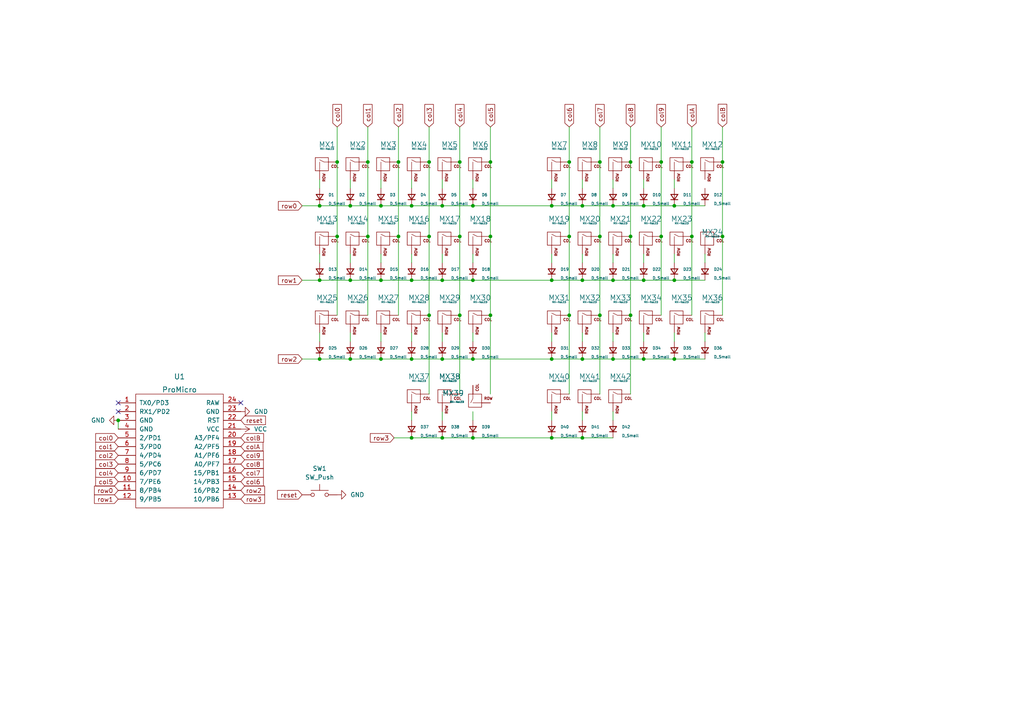
<source format=kicad_sch>
(kicad_sch (version 20211123) (generator eeschema)
  (paper "A4")
  (lib_symbols
    (symbol "Device:D_Small" (pin_numbers hide) (pin_names (offset 0.254) hide)
      (property "Reference" "D" (at -1.27 2.032 0))
      (property "Value" "D_Small" (at -3.81 -2.032 0))
      (symbol "D_Small_0_1"
        (polyline (pts (xy -0.762 -1.016) (xy -0.762 1.016)) (stroke (width 0.254)))
        (polyline (pts (xy -0.762 0) (xy 0.762 0)))
        (polyline (pts (xy 0.762 -1.016) (xy -0.762 0) (xy 0.762 1.016) (xy 0.762 -1.016)) (stroke (width 0.254)))
      )
      (symbol "D_Small_1_1"
        (pin passive line (at -2.54 0 0) (length 1.778) (name "K") (number "1"))
        (pin passive line (at 2.54 0 180) (length 1.778) (name "A") (number "2"))
      )
    )
    (symbol "MX_Alps_Hybrid:MX-NoLED" (pin_names (offset 1.016))
      (property "Reference" "MX" (at -0.635 3.81 0))
      (property "Value" "MX-NoLED" (at -0.635 1.27 0))
      (symbol "MX-NoLED_0_0"
        (rectangle (start -2.54 2.54) (end 1.27 -1.27))
        (polyline (pts (xy -1.27 -1.27) (xy -1.27 1.27)) (stroke (width 0.127)))
        (polyline (pts (xy 1.27 1.27) (xy 0 1.27) (xy -1.27 1.905)) (stroke (width 0.127)))
        (text "COL" (at 3.175 0 0) (effects (font (size 0.762 0.762))))
        (text "ROW" (at 0 -1.905 900) (effects (font (size 0.762 0.762)) (justify right)))
      )
      (symbol "MX-NoLED_1_1"
        (pin passive line (at 3.81 1.27 180) (length 2.54) (name "COL") (number "1"))
        (pin passive line (at -1.27 -3.81 90) (length 2.54) (name "ROW") (number "2"))
      )
    )
    (symbol "Switch:SW_Push" (pin_numbers hide) (pin_names (offset 1.016) hide)
      (property "Reference" "SW" (at 1.27 2.54 0))
      (property "Value" "SW_Push" (at 0 -1.524 0))
      (symbol "SW_Push_0_1"
        (circle (center -2.032 0) (radius 0.508))
        (polyline (pts (xy 0 1.27) (xy 0 3.048)))
        (polyline (pts (xy 2.54 1.27) (xy -2.54 1.27)))
        (circle (center 2.032 0) (radius 0.508))
        (pin passive line (at -5.08 0 0) (length 2.54) (name "1") (number "1"))
        (pin passive line (at 5.08 0 180) (length 2.54) (name "2") (number "2"))
      )
    )
    (symbol "keebio:ProMicro" (pin_names (offset 1.016))
      (property "Reference" "U" (at 0 0 0))
      (property "Value" "ProMicro" (at 0 -19.05 0))
      (symbol "ProMicro_0_1"
        (rectangle (start -12.7 -16.51) (end 12.7 16.51))
      )
      (symbol "ProMicro_1_1"
        (pin input line (at -17.78 13.97 0) (length 5.08) (name "TX0/PD3") (number "1"))
        (pin input line (at -17.78 -8.89 0) (length 5.08) (name "7/PE6") (number "10"))
        (pin input line (at -17.78 -11.43 0) (length 5.08) (name "8/PB4") (number "11"))
        (pin input line (at -17.78 -13.97 0) (length 5.08) (name "9/PB5") (number "12"))
        (pin input line (at 17.78 -13.97 180) (length 5.08) (name "10/PB6") (number "13"))
        (pin input line (at 17.78 -11.43 180) (length 5.08) (name "16/PB2") (number "14"))
        (pin input line (at 17.78 -8.89 180) (length 5.08) (name "14/PB3") (number "15"))
        (pin input line (at 17.78 -6.35 180) (length 5.08) (name "15/PB1") (number "16"))
        (pin input line (at 17.78 -3.81 180) (length 5.08) (name "A0/PF7") (number "17"))
        (pin input line (at 17.78 -1.27 180) (length 5.08) (name "A1/PF6") (number "18"))
        (pin input line (at 17.78 1.27 180) (length 5.08) (name "A2/PF5") (number "19"))
        (pin input line (at -17.78 11.43 0) (length 5.08) (name "RX1/PD2") (number "2"))
        (pin input line (at 17.78 3.81 180) (length 5.08) (name "A3/PF4") (number "20"))
        (pin input line (at 17.78 6.35 180) (length 5.08) (name "VCC") (number "21"))
        (pin input line (at 17.78 8.89 180) (length 5.08) (name "RST") (number "22"))
        (pin input line (at 17.78 11.43 180) (length 5.08) (name "GND") (number "23"))
        (pin input line (at 17.78 13.97 180) (length 5.08) (name "RAW") (number "24"))
        (pin input line (at -17.78 8.89 0) (length 5.08) (name "GND") (number "3"))
        (pin input line (at -17.78 6.35 0) (length 5.08) (name "GND") (number "4"))
        (pin input line (at -17.78 3.81 0) (length 5.08) (name "2/PD1") (number "5"))
        (pin input line (at -17.78 1.27 0) (length 5.08) (name "3/PD0") (number "6"))
        (pin input line (at -17.78 -1.27 0) (length 5.08) (name "4/PD4") (number "7"))
        (pin input line (at -17.78 -3.81 0) (length 5.08) (name "5/PC6") (number "8"))
        (pin input line (at -17.78 -6.35 0) (length 5.08) (name "6/PD7") (number "9"))
      )
    )
    (symbol "power:GND" (power) (pin_names (offset 0))
      (property "Value" "GND" (at 0 -3.81 0))
      (symbol "GND_0_1"
        (polyline (pts (xy 0 0) (xy 0 -1.27) (xy 1.27 -1.27) (xy 0 -2.54) (xy -1.27 -1.27) (xy 0 -1.27)))
      )
      (symbol "GND_1_1"
        (pin power_in line (at 0 0 270) (length 0) hide (name "GND") (number "1"))
      )
    )
    (symbol "power:VCC" (power) (pin_names (offset 0))
      (property "Value" "VCC" (at 0 3.81 0))
      (symbol "VCC_0_1"
        (polyline (pts (xy -0.762 1.27) (xy 0 2.54)))
        (polyline (pts (xy 0 0) (xy 0 2.54)))
        (polyline (pts (xy 0 2.54) (xy 0.762 1.27)))
      )
      (symbol "VCC_1_1"
        (pin power_in line (at 0 0 90) (length 0) hide (name "VCC") (number "1"))
      )
    )
  )
  (junction (at 124.46 91.44))
  (junction (at 137.16 59.69))
  (junction (at 119.38 59.69))
  (junction (at 168.91 127))
  (junction (at 92.71 59.69))
  (junction (at 182.88 91.44))
  (junction (at 195.58 59.69))
  (junction (at 128.27 59.69))
  (junction (at 165.1 91.44))
  (junction (at 97.79 68.58))
  (junction (at 160.02 127))
  (junction (at 186.69 59.69))
  (junction (at 186.69 81.28))
  (junction (at 128.27 81.28))
  (junction (at 186.69 104.14))
  (junction (at 137.16 104.14))
  (junction (at 168.91 81.28))
  (junction (at 142.24 91.44))
  (junction (at 177.8 104.14))
  (junction (at 97.79 46.99))
  (junction (at 128.27 104.14))
  (junction (at 124.46 46.99))
  (junction (at 200.66 68.58))
  (junction (at 173.99 46.99))
  (junction (at 182.88 68.58))
  (junction (at 195.58 81.28))
  (junction (at 119.38 81.28))
  (junction (at 168.91 104.14))
  (junction (at 142.24 68.58))
  (junction (at 133.35 91.44))
  (junction (at 209.55 68.58))
  (junction (at 160.02 81.28))
  (junction (at 142.24 46.99))
  (junction (at 106.68 46.99))
  (junction (at 124.46 68.58))
  (junction (at 191.77 46.99))
  (junction (at 101.6 81.28))
  (junction (at 133.35 68.58))
  (junction (at 110.49 81.28))
  (junction (at 119.38 127))
  (junction (at 115.57 68.58))
  (junction (at 128.27 127))
  (junction (at 209.55 46.99))
  (junction (at 101.6 104.14))
  (junction (at 165.1 68.58))
  (junction (at 191.77 68.58))
  (junction (at 173.99 91.44))
  (junction (at 110.49 59.69))
  (junction (at 165.1 46.99))
  (junction (at 115.57 46.99))
  (junction (at 160.02 59.69))
  (junction (at 34.29 121.92))
  (junction (at 133.35 46.99))
  (junction (at 92.71 81.28))
  (junction (at 195.58 104.14))
  (junction (at 200.66 46.99))
  (junction (at 110.49 104.14))
  (junction (at 160.02 104.14))
  (junction (at 182.88 46.99))
  (junction (at 177.8 59.69))
  (junction (at 137.16 81.28))
  (junction (at 101.6 59.69))
  (junction (at 177.8 81.28))
  (junction (at 168.91 59.69))
  (junction (at 92.71 104.14))
  (junction (at 119.38 104.14))
  (junction (at 106.68 68.58))
  (junction (at 173.99 68.58))
  (junction (at 137.16 127))
  (no_connect (at 69.85 116.84))
  (no_connect (at 34.29 116.84))
  (no_connect (at 34.29 119.38))
  (wire (pts (xy 182.88 36.83) (xy 182.88 46.99)))
  (wire (pts (xy 173.99 91.44) (xy 173.99 114.3)))
  (wire (pts (xy 87.63 81.28) (xy 92.71 81.28)))
  (wire (pts (xy 137.16 127) (xy 160.02 127)))
  (wire (pts (xy 204.47 73.66) (xy 204.47 76.2)))
  (wire (pts (xy 97.79 68.58) (xy 97.79 91.44)))
  (wire (pts (xy 195.58 81.28) (xy 204.47 81.28)))
  (wire (pts (xy 209.55 46.99) (xy 209.55 68.58)))
  (wire (pts (xy 124.46 36.83) (xy 124.46 46.99)))
  (wire (pts (xy 92.71 73.66) (xy 92.71 76.2)))
  (wire (pts (xy 200.66 68.58) (xy 200.66 91.44)))
  (wire (pts (xy 119.38 119.38) (xy 119.38 121.92)))
  (wire (pts (xy 177.8 104.14) (xy 186.69 104.14)))
  (wire (pts (xy 160.02 73.66) (xy 160.02 76.2)))
  (wire (pts (xy 110.49 81.28) (xy 119.38 81.28)))
  (wire (pts (xy 200.66 36.83) (xy 200.66 46.99)))
  (wire (pts (xy 142.24 91.44) (xy 142.24 114.3)))
  (wire (pts (xy 128.27 52.07) (xy 128.27 54.61)))
  (wire (pts (xy 160.02 59.69) (xy 168.91 59.69)))
  (wire (pts (xy 110.49 104.14) (xy 119.38 104.14)))
  (wire (pts (xy 177.8 119.38) (xy 177.8 121.92)))
  (wire (pts (xy 128.27 96.52) (xy 128.27 99.06)))
  (wire (pts (xy 160.02 52.07) (xy 160.02 54.61)))
  (wire (pts (xy 128.27 73.66) (xy 128.27 76.2)))
  (wire (pts (xy 160.02 104.14) (xy 168.91 104.14)))
  (wire (pts (xy 124.46 68.58) (xy 124.46 91.44)))
  (wire (pts (xy 200.66 46.99) (xy 200.66 68.58)))
  (wire (pts (xy 195.58 59.69) (xy 204.47 59.69)))
  (wire (pts (xy 177.8 59.69) (xy 186.69 59.69)))
  (wire (pts (xy 173.99 36.83) (xy 173.99 46.99)))
  (wire (pts (xy 186.69 59.69) (xy 195.58 59.69)))
  (wire (pts (xy 124.46 46.99) (xy 124.46 68.58)))
  (wire (pts (xy 128.27 81.28) (xy 137.16 81.28)))
  (wire (pts (xy 168.91 119.38) (xy 168.91 121.92)))
  (wire (pts (xy 114.3 127) (xy 119.38 127)))
  (wire (pts (xy 106.68 68.58) (xy 106.68 91.44)))
  (wire (pts (xy 173.99 68.58) (xy 173.99 91.44)))
  (wire (pts (xy 186.69 81.28) (xy 195.58 81.28)))
  (wire (pts (xy 124.46 91.44) (xy 124.46 114.3)))
  (wire (pts (xy 87.63 59.69) (xy 92.71 59.69)))
  (wire (pts (xy 128.27 119.38) (xy 128.27 121.92)))
  (wire (pts (xy 137.16 52.07) (xy 137.16 54.61)))
  (wire (pts (xy 133.35 91.44) (xy 133.35 114.3)))
  (wire (pts (xy 182.88 68.58) (xy 182.88 91.44)))
  (wire (pts (xy 186.69 96.52) (xy 186.69 99.06)))
  (wire (pts (xy 87.63 104.14) (xy 92.71 104.14)))
  (wire (pts (xy 165.1 36.83) (xy 165.1 46.99)))
  (wire (pts (xy 186.69 104.14) (xy 195.58 104.14)))
  (wire (pts (xy 142.24 46.99) (xy 142.24 68.58)))
  (wire (pts (xy 92.71 96.52) (xy 92.71 99.06)))
  (wire (pts (xy 101.6 96.52) (xy 101.6 99.06)))
  (wire (pts (xy 137.16 119.38) (xy 137.16 121.92)))
  (wire (pts (xy 34.29 121.92) (xy 34.29 124.46)))
  (wire (pts (xy 137.16 81.28) (xy 160.02 81.28)))
  (wire (pts (xy 191.77 46.99) (xy 191.77 68.58)))
  (wire (pts (xy 128.27 59.69) (xy 137.16 59.69)))
  (wire (pts (xy 101.6 73.66) (xy 101.6 76.2)))
  (wire (pts (xy 92.71 59.69) (xy 101.6 59.69)))
  (wire (pts (xy 177.8 73.66) (xy 177.8 76.2)))
  (wire (pts (xy 137.16 73.66) (xy 137.16 76.2)))
  (wire (pts (xy 160.02 119.38) (xy 160.02 121.92)))
  (wire (pts (xy 97.79 46.99) (xy 97.79 68.58)))
  (wire (pts (xy 195.58 73.66) (xy 195.58 76.2)))
  (wire (pts (xy 119.38 52.07) (xy 119.38 54.61)))
  (wire (pts (xy 191.77 68.58) (xy 191.77 91.44)))
  (wire (pts (xy 168.91 59.69) (xy 177.8 59.69)))
  (wire (pts (xy 128.27 104.14) (xy 137.16 104.14)))
  (wire (pts (xy 133.35 68.58) (xy 133.35 91.44)))
  (wire (pts (xy 133.35 36.83) (xy 133.35 46.99)))
  (wire (pts (xy 209.55 36.83) (xy 209.55 46.99)))
  (wire (pts (xy 165.1 91.44) (xy 165.1 114.3)))
  (wire (pts (xy 110.49 96.52) (xy 110.49 99.06)))
  (wire (pts (xy 137.16 104.14) (xy 160.02 104.14)))
  (wire (pts (xy 204.47 96.52) (xy 204.47 99.06)))
  (wire (pts (xy 115.57 36.83) (xy 115.57 46.99)))
  (wire (pts (xy 110.49 52.07) (xy 110.49 54.61)))
  (wire (pts (xy 137.16 59.69) (xy 160.02 59.69)))
  (wire (pts (xy 195.58 52.07) (xy 195.58 54.61)))
  (wire (pts (xy 92.71 104.14) (xy 101.6 104.14)))
  (wire (pts (xy 119.38 59.69) (xy 128.27 59.69)))
  (wire (pts (xy 186.69 73.66) (xy 186.69 76.2)))
  (wire (pts (xy 101.6 52.07) (xy 101.6 54.61)))
  (wire (pts (xy 168.91 127) (xy 177.8 127)))
  (wire (pts (xy 110.49 59.69) (xy 119.38 59.69)))
  (wire (pts (xy 165.1 46.99) (xy 165.1 68.58)))
  (wire (pts (xy 128.27 127) (xy 137.16 127)))
  (wire (pts (xy 168.91 104.14) (xy 177.8 104.14)))
  (wire (pts (xy 160.02 81.28) (xy 168.91 81.28)))
  (wire (pts (xy 133.35 46.99) (xy 133.35 68.58)))
  (wire (pts (xy 168.91 52.07) (xy 168.91 54.61)))
  (wire (pts (xy 182.88 91.44) (xy 182.88 114.3)))
  (wire (pts (xy 110.49 73.66) (xy 110.49 76.2)))
  (wire (pts (xy 119.38 127) (xy 128.27 127)))
  (wire (pts (xy 119.38 104.14) (xy 128.27 104.14)))
  (wire (pts (xy 115.57 46.99) (xy 115.57 68.58)))
  (wire (pts (xy 92.71 81.28) (xy 101.6 81.28)))
  (wire (pts (xy 182.88 46.99) (xy 182.88 68.58)))
  (wire (pts (xy 168.91 73.66) (xy 168.91 76.2)))
  (wire (pts (xy 177.8 96.52) (xy 177.8 99.06)))
  (wire (pts (xy 173.99 46.99) (xy 173.99 68.58)))
  (wire (pts (xy 177.8 81.28) (xy 186.69 81.28)))
  (wire (pts (xy 101.6 81.28) (xy 110.49 81.28)))
  (wire (pts (xy 115.57 68.58) (xy 115.57 91.44)))
  (wire (pts (xy 160.02 127) (xy 168.91 127)))
  (wire (pts (xy 106.68 36.83) (xy 106.68 46.99)))
  (wire (pts (xy 195.58 104.14) (xy 204.47 104.14)))
  (wire (pts (xy 160.02 96.52) (xy 160.02 99.06)))
  (wire (pts (xy 165.1 68.58) (xy 165.1 91.44)))
  (wire (pts (xy 191.77 36.83) (xy 191.77 46.99)))
  (wire (pts (xy 168.91 96.52) (xy 168.91 99.06)))
  (wire (pts (xy 106.68 46.99) (xy 106.68 68.58)))
  (wire (pts (xy 142.24 68.58) (xy 142.24 91.44)))
  (wire (pts (xy 92.71 52.07) (xy 92.71 54.61)))
  (wire (pts (xy 142.24 36.83) (xy 142.24 46.99)))
  (wire (pts (xy 119.38 73.66) (xy 119.38 76.2)))
  (wire (pts (xy 101.6 59.69) (xy 110.49 59.69)))
  (wire (pts (xy 137.16 96.52) (xy 137.16 99.06)))
  (wire (pts (xy 101.6 104.14) (xy 110.49 104.14)))
  (wire (pts (xy 168.91 81.28) (xy 177.8 81.28)))
  (wire (pts (xy 119.38 96.52) (xy 119.38 99.06)))
  (wire (pts (xy 195.58 96.52) (xy 195.58 99.06)))
  (wire (pts (xy 209.55 68.58) (xy 209.55 91.44)))
  (wire (pts (xy 186.69 52.07) (xy 186.69 54.61)))
  (wire (pts (xy 119.38 81.28) (xy 128.27 81.28)))
  (wire (pts (xy 177.8 52.07) (xy 177.8 54.61)))
  (wire (pts (xy 97.79 36.83) (xy 97.79 46.99)))
  (global_label "col9" (shape input) (at 191.77 36.83 90) (property "Intersheet References" "${INTERSHEET_REFS}" (effects hide)))
  (global_label "col8" (shape input) (at 69.85 134.62 0) (property "Intersheet References" "${INTERSHEET_REFS}" (effects hide)))
  (global_label "reset" (shape input) (at 87.63 143.51 180) (property "Intersheet References" "${INTERSHEET_REFS}" (effects hide)))
  (global_label "row2" (shape input) (at 87.63 104.14 180) (property "Intersheet References" "${INTERSHEET_REFS}" (effects hide)))
  (global_label "col7" (shape input) (at 69.85 137.16 0) (property "Intersheet References" "${INTERSHEET_REFS}" (effects hide)))
  (global_label "colB" (shape input) (at 69.85 127 0) (property "Intersheet References" "${INTERSHEET_REFS}" (effects hide)))
  (global_label "colA" (shape input) (at 69.85 129.54 0) (property "Intersheet References" "${INTERSHEET_REFS}" (effects hide)))
  (global_label "col4" (shape input) (at 34.29 137.16 180) (property "Intersheet References" "${INTERSHEET_REFS}" (effects hide)))
  (global_label "col1" (shape input) (at 106.68 36.83 90) (property "Intersheet References" "${INTERSHEET_REFS}" (effects hide)))
  (global_label "row2" (shape input) (at 69.85 142.24 0) (property "Intersheet References" "${INTERSHEET_REFS}" (effects hide)))
  (global_label "col2" (shape input) (at 115.57 36.83 90) (property "Intersheet References" "${INTERSHEET_REFS}" (effects hide)))
  (global_label "col0" (shape input) (at 97.79 36.83 90) (property "Intersheet References" "${INTERSHEET_REFS}" (effects hide)))
  (global_label "col3" (shape input) (at 34.29 134.62 180) (property "Intersheet References" "${INTERSHEET_REFS}" (effects hide)))
  (global_label "col5" (shape input) (at 142.24 36.83 90) (property "Intersheet References" "${INTERSHEET_REFS}" (effects hide)))
  (global_label "row0" (shape input) (at 34.29 142.24 180) (property "Intersheet References" "${INTERSHEET_REFS}" (effects hide)))
  (global_label "row0" (shape input) (at 87.63 59.69 180) (property "Intersheet References" "${INTERSHEET_REFS}" (effects hide)))
  (global_label "col2" (shape input) (at 34.29 132.08 180) (property "Intersheet References" "${INTERSHEET_REFS}" (effects hide)))
  (global_label "col5" (shape input) (at 34.29 139.7 180) (property "Intersheet References" "${INTERSHEET_REFS}" (effects hide)))
  (global_label "col8" (shape input) (at 182.88 36.83 90) (property "Intersheet References" "${INTERSHEET_REFS}" (effects hide)))
  (global_label "colB" (shape input) (at 209.55 36.83 90) (property "Intersheet References" "${INTERSHEET_REFS}" (effects hide)))
  (global_label "colA" (shape input) (at 200.66 36.83 90) (property "Intersheet References" "${INTERSHEET_REFS}" (effects hide)))
  (global_label "row1" (shape input) (at 87.63 81.28 180) (property "Intersheet References" "${INTERSHEET_REFS}" (effects hide)))
  (global_label "row1" (shape input) (at 34.29 144.78 180) (property "Intersheet References" "${INTERSHEET_REFS}" (effects hide)))
  (global_label "col0" (shape input) (at 34.29 127 180) (property "Intersheet References" "${INTERSHEET_REFS}" (effects hide)))
  (global_label "col6" (shape input) (at 165.1 36.83 90) (property "Intersheet References" "${INTERSHEET_REFS}" (effects hide)))
  (global_label "col3" (shape input) (at 124.46 36.83 90) (property "Intersheet References" "${INTERSHEET_REFS}" (effects hide)))
  (global_label "row3" (shape input) (at 69.85 144.78 0) (property "Intersheet References" "${INTERSHEET_REFS}" (effects hide)))
  (global_label "row3" (shape input) (at 114.3 127 180) (property "Intersheet References" "${INTERSHEET_REFS}" (effects hide)))
  (global_label "col4" (shape input) (at 133.35 36.83 90) (property "Intersheet References" "${INTERSHEET_REFS}" (effects hide)))
  (global_label "reset" (shape input) (at 69.85 121.92 0) (property "Intersheet References" "${INTERSHEET_REFS}" (effects hide)))
  (global_label "col9" (shape input) (at 69.85 132.08 0) (property "Intersheet References" "${INTERSHEET_REFS}" (effects hide)))
  (global_label "col7" (shape input) (at 173.99 36.83 90) (property "Intersheet References" "${INTERSHEET_REFS}" (effects hide)))
  (global_label "col6" (shape input) (at 69.85 139.7 0) (property "Intersheet References" "${INTERSHEET_REFS}" (effects hide)))
  (global_label "col1" (shape input) (at 34.29 129.54 180) (property "Intersheet References" "${INTERSHEET_REFS}" (effects hide)))
  (symbol (lib_id "MX_Alps_Hybrid:MX-NoLED") (at 120.65 48.26 0) (unit 1)
    (property "Reference" "MX4" (at 121.5356 41.91 0) (effects (font (size 1.524 1.524))))
    (property "Value" "MX-NoLED" (at 121.5356 43.18 0) (effects (font (size 0.508 0.508))))
    (property "Footprint" "MX_Alps_Hybrid:MX-1U-NoLED" (effects hide))
  )
  (symbol (lib_id "Device:D_Small") (at 128.27 57.15 90) (unit 1)
    (property "Reference" "D5" (at 130.81 56.515 90) (effects (font (size 0.8 0.8)) (justify right)))
    (property "Value" "D_Small" (at 130.81 59.055 90) (effects (font (size 0.8 0.8)) (justify right)))
    (property "Footprint" "keebio-parts:Diode-dual" (effects hide))
  )
  (symbol (lib_id "MX_Alps_Hybrid:MX-NoLED") (at 129.54 69.85 0) (unit 1)
    (property "Reference" "MX17" (at 130.4256 63.5 0) (effects (font (size 1.524 1.524))))
    (property "Value" "MX-NoLED" (at 130.4256 64.77 0) (effects (font (size 0.508 0.508))))
    (property "Footprint" "MX_Alps_Hybrid:MX-1U-NoLED" (effects hide))
  )
  (symbol (lib_id "MX_Alps_Hybrid:MX-NoLED") (at 129.54 48.26 0) (unit 1)
    (property "Reference" "MX5" (at 130.4256 41.91 0) (effects (font (size 1.524 1.524))))
    (property "Value" "MX-NoLED" (at 130.4256 43.18 0) (effects (font (size 0.508 0.508))))
    (property "Footprint" "MX_Alps_Hybrid:MX-1U-NoLED" (effects hide))
  )
  (symbol (lib_id "MX_Alps_Hybrid:MX-NoLED") (at 138.43 48.26 0) (unit 1)
    (property "Reference" "MX6" (at 139.3156 41.91 0) (effects (font (size 1.524 1.524))))
    (property "Value" "MX-NoLED" (at 139.3156 43.18 0) (effects (font (size 0.508 0.508))))
    (property "Footprint" "MX_Alps_Hybrid:MX-1U-NoLED" (effects hide))
  )
  (symbol (lib_id "power:GND") (at 34.29 121.92 270) (unit 1)
    (property "Reference" "#PWR0101" (effects hide))
    (property "Value" "GND" (at 30.48 121.9199 90) (effects (justify right)))
  )
  (symbol (lib_id "MX_Alps_Hybrid:MX-NoLED") (at 102.87 69.85 0) (unit 1)
    (property "Reference" "MX14" (at 103.7556 63.5 0) (effects (font (size 1.524 1.524))))
    (property "Value" "MX-NoLED" (at 103.7556 64.77 0) (effects (font (size 0.508 0.508))))
    (property "Footprint" "MX_Alps_Hybrid:MX-1U-NoLED" (effects hide))
  )
  (symbol (lib_id "Device:D_Small") (at 160.02 78.74 90) (unit 1)
    (property "Reference" "D19" (at 162.56 78.105 90) (effects (font (size 0.8 0.8)) (justify right)))
    (property "Value" "D_Small" (at 162.56 80.645 90) (effects (font (size 0.8 0.8)) (justify right)))
    (property "Footprint" "keebio-parts:Diode-dual" (effects hide))
  )
  (symbol (lib_id "MX_Alps_Hybrid:MX-NoLED") (at 170.18 48.26 0) (unit 1)
    (property "Reference" "MX8" (at 171.0656 41.91 0) (effects (font (size 1.524 1.524))))
    (property "Value" "MX-NoLED" (at 171.0656 43.18 0) (effects (font (size 0.508 0.508))))
    (property "Footprint" "MX_Alps_Hybrid:MX-1U-NoLED" (effects hide))
  )
  (symbol (lib_id "keebio:ProMicro") (at 52.07 130.81 0) (unit 1)
    (property "Reference" "U1" (at 52.07 109.22 0) (effects (font (size 1.524 1.524))))
    (property "Value" "ProMicro" (at 52.07 113.03 0) (effects (font (size 1.524 1.524))))
    (property "Footprint" "keebio-parts:ArduinoProMicro" (effects hide))
  )
  (symbol (lib_id "Device:D_Small") (at 128.27 124.46 90) (unit 1)
    (property "Reference" "D38" (at 130.81 123.825 90) (effects (font (size 0.8 0.8)) (justify right)))
    (property "Value" "D_Small" (at 130.81 126.365 90) (effects (font (size 0.8 0.8)) (justify right)))
    (property "Footprint" "keebio-parts:Diode-dual" (effects hide))
  )
  (symbol (lib_id "Device:D_Small") (at 119.38 124.46 90) (unit 1)
    (property "Reference" "D37" (at 121.92 123.825 90) (effects (font (size 0.8 0.8)) (justify right)))
    (property "Value" "D_Small" (at 121.92 126.365 90) (effects (font (size 0.8 0.8)) (justify right)))
    (property "Footprint" "keebio-parts:Diode-dual" (effects hide))
  )
  (symbol (lib_id "MX_Alps_Hybrid:MX-NoLED") (at 196.85 48.26 0) (unit 1)
    (property "Reference" "MX11" (at 197.7356 41.91 0) (effects (font (size 1.524 1.524))))
    (property "Value" "MX-NoLED" (at 197.7356 43.18 0) (effects (font (size 0.508 0.508))))
    (property "Footprint" "MX_Alps_Hybrid:MX-1U-NoLED" (effects hide))
  )
  (symbol (lib_id "MX_Alps_Hybrid:MX-NoLED") (at 93.98 92.71 0) (unit 1)
    (property "Reference" "MX25" (at 94.8656 86.36 0) (effects (font (size 1.524 1.524))))
    (property "Value" "MX-NoLED" (at 94.8656 87.63 0) (effects (font (size 0.508 0.508))))
    (property "Footprint" "MX_Alps_Hybrid:MX-1U-NoLED" (effects hide))
  )
  (symbol (lib_id "Device:D_Small") (at 137.16 101.6 90) (unit 1)
    (property "Reference" "D30" (at 139.7 100.965 90) (effects (font (size 0.8 0.8)) (justify right)))
    (property "Value" "D_Small" (at 139.7 103.505 90) (effects (font (size 0.8 0.8)) (justify right)))
    (property "Footprint" "keebio-parts:Diode-dual" (effects hide))
  )
  (symbol (lib_id "Device:D_Small") (at 101.6 78.74 90) (unit 1)
    (property "Reference" "D14" (at 104.14 78.105 90) (effects (font (size 0.8 0.8)) (justify right)))
    (property "Value" "D_Small" (at 104.14 80.645 90) (effects (font (size 0.8 0.8)) (justify right)))
    (property "Footprint" "keebio-parts:Diode-dual" (effects hide))
  )
  (symbol (lib_id "MX_Alps_Hybrid:MX-NoLED") (at 120.65 69.85 0) (unit 1)
    (property "Reference" "MX16" (at 121.5356 63.5 0) (effects (font (size 1.524 1.524))))
    (property "Value" "MX-NoLED" (at 121.5356 64.77 0) (effects (font (size 0.508 0.508))))
    (property "Footprint" "MX_Alps_Hybrid:MX-1U-NoLED" (effects hide))
  )
  (symbol (lib_id "Device:D_Small") (at 92.71 78.74 90) (unit 1)
    (property "Reference" "D13" (at 95.25 78.105 90) (effects (font (size 0.8 0.8)) (justify right)))
    (property "Value" "D_Small" (at 95.25 80.645 90) (effects (font (size 0.8 0.8)) (justify right)))
    (property "Footprint" "keebio-parts:Diode-dual" (effects hide))
  )
  (symbol (lib_id "MX_Alps_Hybrid:MX-NoLED") (at 129.54 92.71 0) (unit 1)
    (property "Reference" "MX29" (at 130.4256 86.36 0) (effects (font (size 1.524 1.524))))
    (property "Value" "MX-NoLED" (at 130.4256 87.63 0) (effects (font (size 0.508 0.508))))
    (property "Footprint" "MX_Alps_Hybrid:MX-1U-NoLED" (effects hide))
  )
  (symbol (lib_id "Device:D_Small") (at 110.49 78.74 90) (unit 1)
    (property "Reference" "D15" (at 113.03 78.105 90) (effects (font (size 0.8 0.8)) (justify right)))
    (property "Value" "D_Small" (at 113.03 80.645 90) (effects (font (size 0.8 0.8)) (justify right)))
    (property "Footprint" "keebio-parts:Diode-dual" (effects hide))
  )
  (symbol (lib_id "MX_Alps_Hybrid:MX-NoLED") (at 129.54 115.57 0) (unit 1)
    (property "Reference" "MX38" (at 130.4256 109.22 0) (effects (font (size 1.524 1.524))))
    (property "Value" "MX-NoLED" (at 130.4256 110.49 0) (effects (font (size 0.508 0.508))))
    (property "Footprint" "MX_Alps_Hybrid:MX-1U-NoLED" (effects hide))
  )
  (symbol (lib_id "Device:D_Small") (at 204.47 101.6 90) (unit 1)
    (property "Reference" "D36" (at 207.01 100.965 90) (effects (font (size 0.8 0.8)) (justify right)))
    (property "Value" "D_Small" (at 207.01 103.505 90) (effects (font (size 0.8 0.8)) (justify right)))
    (property "Footprint" "keebio-parts:Diode-dual" (effects hide))
  )
  (symbol (lib_id "Device:D_Small") (at 137.16 78.74 90) (unit 1)
    (property "Reference" "D18" (at 139.7 78.105 90) (effects (font (size 0.8 0.8)) (justify right)))
    (property "Value" "D_Small" (at 139.7 80.645 90) (effects (font (size 0.8 0.8)) (justify right)))
    (property "Footprint" "keebio-parts:Diode-dual" (effects hide))
  )
  (symbol (lib_id "MX_Alps_Hybrid:MX-NoLED") (at 161.29 115.57 0) (unit 1)
    (property "Reference" "MX40" (at 162.1756 109.22 0) (effects (font (size 1.524 1.524))))
    (property "Value" "MX-NoLED" (at 162.1756 110.49 0) (effects (font (size 0.508 0.508))))
    (property "Footprint" "MX_Alps_Hybrid:MX-1U-NoLED" (effects hide))
  )
  (symbol (lib_id "power:GND") (at 69.85 119.38 90) (unit 1)
    (property "Reference" "#PWR0102" (effects hide))
    (property "Value" "GND" (at 73.66 119.3799 90) (effects (justify right)))
  )
  (symbol (lib_id "Device:D_Small") (at 160.02 101.6 90) (unit 1)
    (property "Reference" "D31" (at 162.56 100.965 90) (effects (font (size 0.8 0.8)) (justify right)))
    (property "Value" "D_Small" (at 162.56 103.505 90) (effects (font (size 0.8 0.8)) (justify right)))
    (property "Footprint" "keebio-parts:Diode-dual" (effects hide))
  )
  (symbol (lib_id "Device:D_Small") (at 110.49 57.15 90) (unit 1)
    (property "Reference" "D3" (at 113.03 56.515 90) (effects (font (size 0.8 0.8)) (justify right)))
    (property "Value" "D_Small" (at 113.03 59.055 90) (effects (font (size 0.8 0.8)) (justify right)))
    (property "Footprint" "keebio-parts:Diode-dual" (effects hide))
  )
  (symbol (lib_id "Device:D_Small") (at 137.16 124.46 90) (unit 1)
    (property "Reference" "D39" (at 139.7 123.825 90) (effects (font (size 0.8 0.8)) (justify right)))
    (property "Value" "D_Small" (at 139.7 126.365 90) (effects (font (size 0.8 0.8)) (justify right)))
    (property "Footprint" "keebio-parts:Diode-dual" (effects hide))
  )
  (symbol (lib_id "MX_Alps_Hybrid:MX-NoLED") (at 111.76 48.26 0) (unit 1)
    (property "Reference" "MX3" (at 112.6456 41.91 0) (effects (font (size 1.524 1.524))))
    (property "Value" "MX-NoLED" (at 112.6456 43.18 0) (effects (font (size 0.508 0.508))))
    (property "Footprint" "MX_Alps_Hybrid:MX-1U-NoLED" (effects hide))
  )
  (symbol (lib_id "MX_Alps_Hybrid:MX-NoLED") (at 161.29 48.26 0) (unit 1)
    (property "Reference" "MX7" (at 162.1756 41.91 0) (effects (font (size 1.524 1.524))))
    (property "Value" "MX-NoLED" (at 162.1756 43.18 0) (effects (font (size 0.508 0.508))))
    (property "Footprint" "MX_Alps_Hybrid:MX-1U-NoLED" (effects hide))
  )
  (symbol (lib_id "Device:D_Small") (at 101.6 101.6 90) (unit 1)
    (property "Reference" "D26" (at 104.14 100.965 90) (effects (font (size 0.8 0.8)) (justify right)))
    (property "Value" "D_Small" (at 104.14 103.505 90) (effects (font (size 0.8 0.8)) (justify right)))
    (property "Footprint" "keebio-parts:Diode-dual" (effects hide))
  )
  (symbol (lib_id "Device:D_Small") (at 128.27 101.6 90) (unit 1)
    (property "Reference" "D29" (at 130.81 100.965 90) (effects (font (size 0.8 0.8)) (justify right)))
    (property "Value" "D_Small" (at 130.81 103.505 90) (effects (font (size 0.8 0.8)) (justify right)))
    (property "Footprint" "keebio-parts:Diode-dual" (effects hide))
  )
  (symbol (lib_id "Switch:SW_Push") (at 92.71 143.51 0) (unit 1)
    (property "Reference" "SW1" (at 92.71 135.89 0))
    (property "Value" "SW_Push" (at 92.71 138.43 0))
    (property "Footprint" "random-keyboard-parts:SKQG-1155865" (effects hide))
  )
  (symbol (lib_id "Device:D_Small") (at 177.8 101.6 90) (unit 1)
    (property "Reference" "D33" (at 180.34 100.965 90) (effects (font (size 0.8 0.8)) (justify right)))
    (property "Value" "D_Small" (at 180.34 103.505 90) (effects (font (size 0.8 0.8)) (justify right)))
    (property "Footprint" "keebio-parts:Diode-dual" (effects hide))
  )
  (symbol (lib_id "Device:D_Small") (at 195.58 57.15 90) (unit 1)
    (property "Reference" "D11" (at 198.12 56.515 90) (effects (font (size 0.8 0.8)) (justify right)))
    (property "Value" "D_Small" (at 198.12 59.055 90) (effects (font (size 0.8 0.8)) (justify right)))
    (property "Footprint" "keebio-parts:Diode-dual" (effects hide))
  )
  (symbol (lib_id "MX_Alps_Hybrid:MX-NoLED") (at 187.96 92.71 0) (unit 1)
    (property "Reference" "MX34" (at 188.8456 86.36 0) (effects (font (size 1.524 1.524))))
    (property "Value" "MX-NoLED" (at 188.8456 87.63 0) (effects (font (size 0.508 0.508))))
    (property "Footprint" "MX_Alps_Hybrid:MX-1U-NoLED" (effects hide))
  )
  (symbol (lib_id "MX_Alps_Hybrid:MX-NoLED") (at 179.07 69.85 0) (unit 1)
    (property "Reference" "MX21" (at 179.9556 63.5 0) (effects (font (size 1.524 1.524))))
    (property "Value" "MX-NoLED" (at 179.9556 64.77 0) (effects (font (size 0.508 0.508))))
    (property "Footprint" "MX_Alps_Hybrid:MX-1U-NoLED" (effects hide))
  )
  (symbol (lib_id "Device:D_Small") (at 177.8 78.74 90) (unit 1)
    (property "Reference" "D21" (at 180.34 78.105 90) (effects (font (size 0.8 0.8)) (justify right)))
    (property "Value" "D_Small" (at 180.34 80.645 90) (effects (font (size 0.8 0.8)) (justify right)))
    (property "Footprint" "keebio-parts:Diode-dual" (effects hide))
  )
  (symbol (lib_id "Device:D_Small") (at 177.8 57.15 90) (unit 1)
    (property "Reference" "D9" (at 180.34 56.515 90) (effects (font (size 0.8 0.8)) (justify right)))
    (property "Value" "D_Small" (at 180.34 59.055 90) (effects (font (size 0.8 0.8)) (justify right)))
    (property "Footprint" "keebio-parts:Diode-dual" (effects hide))
  )
  (symbol (lib_id "Device:D_Small") (at 168.91 57.15 90) (unit 1)
    (property "Reference" "D8" (at 171.45 56.515 90) (effects (font (size 0.8 0.8)) (justify right)))
    (property "Value" "D_Small" (at 171.45 59.055 90) (effects (font (size 0.8 0.8)) (justify right)))
    (property "Footprint" "keebio-parts:Diode-dual" (effects hide))
  )
  (symbol (lib_id "MX_Alps_Hybrid:MX-NoLED") (at 93.98 48.26 0) (unit 1)
    (property "Reference" "MX1" (at 94.8656 41.91 0) (effects (font (size 1.524 1.524))))
    (property "Value" "MX-NoLED" (at 94.8656 43.18 0) (effects (font (size 0.508 0.508))))
    (property "Footprint" "MX_Alps_Hybrid:MX-1U-NoLED" (effects hide))
  )
  (symbol (lib_id "MX_Alps_Hybrid:MX-NoLED") (at 138.43 115.57 90) (unit 1)
    (property "Reference" "MX39" (at 134.62 114.0494 90) (effects (font (size 1.524 1.524)) (justify left)))
    (property "Value" "MX-NoLED" (at 134.62 116.5893 90) (effects (font (size 0.508 0.508)) (justify left)))
    (property "Footprint" "MX_Alps_Hybrid:MX-1U-NoLED" (effects hide))
  )
  (symbol (lib_id "power:VCC") (at 69.85 124.46 270) (unit 1)
    (property "Reference" "#PWR0103" (effects hide))
    (property "Value" "VCC" (at 73.66 124.4599 90) (effects (justify left)))
  )
  (symbol (lib_id "MX_Alps_Hybrid:MX-NoLED") (at 205.74 92.71 0) (unit 1)
    (property "Reference" "MX36" (at 206.6256 86.36 0) (effects (font (size 1.524 1.524))))
    (property "Value" "MX-NoLED" (at 206.6256 87.63 0) (effects (font (size 0.508 0.508))))
    (property "Footprint" "MX_Alps_Hybrid:MX-1U-NoLED" (effects hide))
  )
  (symbol (lib_id "Device:D_Small") (at 110.49 101.6 90) (unit 1)
    (property "Reference" "D27" (at 113.03 100.965 90) (effects (font (size 0.8 0.8)) (justify right)))
    (property "Value" "D_Small" (at 113.03 103.505 90) (effects (font (size 0.8 0.8)) (justify right)))
    (property "Footprint" "keebio-parts:Diode-dual" (effects hide))
  )
  (symbol (lib_id "MX_Alps_Hybrid:MX-NoLED") (at 120.65 92.71 0) (unit 1)
    (property "Reference" "MX28" (at 121.5356 86.36 0) (effects (font (size 1.524 1.524))))
    (property "Value" "MX-NoLED" (at 121.5356 87.63 0) (effects (font (size 0.508 0.508))))
    (property "Footprint" "MX_Alps_Hybrid:MX-1U-NoLED" (effects hide))
  )
  (symbol (lib_id "MX_Alps_Hybrid:MX-NoLED") (at 161.29 92.71 0) (unit 1)
    (property "Reference" "MX31" (at 162.1756 86.36 0) (effects (font (size 1.524 1.524))))
    (property "Value" "MX-NoLED" (at 162.1756 87.63 0) (effects (font (size 0.508 0.508))))
    (property "Footprint" "MX_Alps_Hybrid:MX-1U-NoLED" (effects hide))
  )
  (symbol (lib_id "Device:D_Small") (at 119.38 78.74 90) (unit 1)
    (property "Reference" "D16" (at 121.92 78.105 90) (effects (font (size 0.8 0.8)) (justify right)))
    (property "Value" "D_Small" (at 121.92 80.645 90) (effects (font (size 0.8 0.8)) (justify right)))
    (property "Footprint" "keebio-parts:Diode-dual" (effects hide))
  )
  (symbol (lib_id "power:GND") (at 97.79 143.51 90) (unit 1)
    (property "Reference" "#PWR0104" (effects hide))
    (property "Value" "GND" (at 101.6 143.5099 90) (effects (justify right)))
  )
  (symbol (lib_id "MX_Alps_Hybrid:MX-NoLED") (at 138.43 69.85 0) (unit 1)
    (property "Reference" "MX18" (at 139.3156 63.5 0) (effects (font (size 1.524 1.524))))
    (property "Value" "MX-NoLED" (at 139.3156 64.77 0) (effects (font (size 0.508 0.508))))
    (property "Footprint" "MX_Alps_Hybrid:MX-1U-NoLED" (effects hide))
  )
  (symbol (lib_id "MX_Alps_Hybrid:MX-NoLED") (at 179.07 48.26 0) (unit 1)
    (property "Reference" "MX9" (at 179.9556 41.91 0) (effects (font (size 1.524 1.524))))
    (property "Value" "MX-NoLED" (at 179.9556 43.18 0) (effects (font (size 0.508 0.508))))
    (property "Footprint" "MX_Alps_Hybrid:MX-1U-NoLED" (effects hide))
  )
  (symbol (lib_id "Device:D_Small") (at 160.02 57.15 90) (unit 1)
    (property "Reference" "D7" (at 162.56 56.515 90) (effects (font (size 0.8 0.8)) (justify right)))
    (property "Value" "D_Small" (at 162.56 59.055 90) (effects (font (size 0.8 0.8)) (justify right)))
    (property "Footprint" "keebio-parts:Diode-dual" (effects hide))
  )
  (symbol (lib_id "Device:D_Small") (at 119.38 57.15 90) (unit 1)
    (property "Reference" "D4" (at 121.92 56.515 90) (effects (font (size 0.8 0.8)) (justify right)))
    (property "Value" "D_Small" (at 121.92 59.055 90) (effects (font (size 0.8 0.8)) (justify right)))
    (property "Footprint" "keebio-parts:Diode-dual" (effects hide))
  )
  (symbol (lib_id "MX_Alps_Hybrid:MX-NoLED") (at 111.76 92.71 0) (unit 1)
    (property "Reference" "MX27" (at 112.6456 86.36 0) (effects (font (size 1.524 1.524))))
    (property "Value" "MX-NoLED" (at 112.6456 87.63 0) (effects (font (size 0.508 0.508))))
    (property "Footprint" "MX_Alps_Hybrid:MX-1U-NoLED" (effects hide))
  )
  (symbol (lib_id "Device:D_Small") (at 186.69 101.6 90) (unit 1)
    (property "Reference" "D34" (at 189.23 100.965 90) (effects (font (size 0.8 0.8)) (justify right)))
    (property "Value" "D_Small" (at 189.23 103.505 90) (effects (font (size 0.8 0.8)) (justify right)))
    (property "Footprint" "keebio-parts:Diode-dual" (effects hide))
  )
  (symbol (lib_id "MX_Alps_Hybrid:MX-NoLED") (at 170.18 92.71 0) (unit 1)
    (property "Reference" "MX32" (at 171.0656 86.36 0) (effects (font (size 1.524 1.524))))
    (property "Value" "MX-NoLED" (at 171.0656 87.63 0) (effects (font (size 0.508 0.508))))
    (property "Footprint" "MX_Alps_Hybrid:MX-1U-NoLED" (effects hide))
  )
  (symbol (lib_id "Device:D_Small") (at 101.6 57.15 90) (unit 1)
    (property "Reference" "D2" (at 104.14 56.515 90) (effects (font (size 0.8 0.8)) (justify right)))
    (property "Value" "D_Small" (at 104.14 59.055 90) (effects (font (size 0.8 0.8)) (justify right)))
    (property "Footprint" "keebio-parts:Diode-dual" (effects hide))
  )
  (symbol (lib_id "MX_Alps_Hybrid:MX-NoLED") (at 170.18 115.57 0) (unit 1)
    (property "Reference" "MX41" (at 171.0656 109.22 0) (effects (font (size 1.524 1.524))))
    (property "Value" "MX-NoLED" (at 171.0656 110.49 0) (effects (font (size 0.508 0.508))))
    (property "Footprint" "MX_Alps_Hybrid:MX-1U-NoLED" (effects hide))
  )
  (symbol (lib_id "MX_Alps_Hybrid:MX-NoLED") (at 120.65 115.57 0) (unit 1)
    (property "Reference" "MX37" (at 121.5356 109.22 0) (effects (font (size 1.524 1.524))))
    (property "Value" "MX-NoLED" (at 121.5356 110.49 0) (effects (font (size 0.508 0.508))))
    (property "Footprint" "MX_Alps_Hybrid:MX-1U-NoLED" (effects hide))
  )
  (symbol (lib_id "MX_Alps_Hybrid:MX-NoLED") (at 205.74 48.26 0) (unit 1)
    (property "Reference" "MX12" (at 206.6256 41.91 0) (effects (font (size 1.524 1.524))))
    (property "Value" "MX-NoLED" (at 206.6256 43.18 0) (effects (font (size 0.508 0.508))))
    (property "Footprint" "MX_Alps_Hybrid:MX-1U-NoLED" (effects hide))
  )
  (symbol (lib_id "MX_Alps_Hybrid:MX-NoLED") (at 93.98 69.85 0) (unit 1)
    (property "Reference" "MX13" (at 94.8656 63.5 0) (effects (font (size 1.524 1.524))))
    (property "Value" "MX-NoLED" (at 94.8656 64.77 0) (effects (font (size 0.508 0.508))))
    (property "Footprint" "MX_Alps_Hybrid:MX-1U-NoLED" (effects hide))
  )
  (symbol (lib_id "MX_Alps_Hybrid:MX-NoLED") (at 102.87 48.26 0) (unit 1)
    (property "Reference" "MX2" (at 103.7556 41.91 0) (effects (font (size 1.524 1.524))))
    (property "Value" "MX-NoLED" (at 103.7556 43.18 0) (effects (font (size 0.508 0.508))))
    (property "Footprint" "MX_Alps_Hybrid:MX-1U-NoLED" (effects hide))
  )
  (symbol (lib_id "Device:D_Small") (at 195.58 101.6 90) (unit 1)
    (property "Reference" "D35" (at 198.12 100.965 90) (effects (font (size 0.8 0.8)) (justify right)))
    (property "Value" "D_Small" (at 198.12 103.505 90) (effects (font (size 0.8 0.8)) (justify right)))
    (property "Footprint" "keebio-parts:Diode-dual" (effects hide))
  )
  (symbol (lib_id "Device:D_Small") (at 168.91 124.46 90) (unit 1)
    (property "Reference" "D41" (at 171.45 123.825 90) (effects (font (size 0.8 0.8)) (justify right)))
    (property "Value" "D_Small" (at 171.45 126.365 90) (effects (font (size 0.8 0.8)) (justify right)))
    (property "Footprint" "keebio-parts:Diode-dual" (effects hide))
  )
  (symbol (lib_id "Device:D_Small") (at 186.69 57.15 90) (unit 1)
    (property "Reference" "D10" (at 189.23 56.515 90) (effects (font (size 0.8 0.8)) (justify right)))
    (property "Value" "D_Small" (at 189.23 59.055 90) (effects (font (size 0.8 0.8)) (justify right)))
    (property "Footprint" "keebio-parts:Diode-dual" (effects hide))
  )
  (symbol (lib_id "MX_Alps_Hybrid:MX-NoLED") (at 111.76 69.85 0) (unit 1)
    (property "Reference" "MX15" (at 112.6456 63.5 0) (effects (font (size 1.524 1.524))))
    (property "Value" "MX-NoLED" (at 112.6456 64.77 0) (effects (font (size 0.508 0.508))))
    (property "Footprint" "MX_Alps_Hybrid:MX-1U-NoLED" (effects hide))
  )
  (symbol (lib_id "Device:D_Small") (at 204.47 57.15 90) (unit 1)
    (property "Reference" "D12" (at 207.01 56.515 90) (effects (font (size 0.8 0.8)) (justify right)))
    (property "Value" "D_Small" (at 207.01 59.055 90) (effects (font (size 0.8 0.8)) (justify right)))
    (property "Footprint" "keebio-parts:Diode-dual" (effects hide))
  )
  (symbol (lib_id "Device:D_Small") (at 128.27 78.74 90) (unit 1)
    (property "Reference" "D17" (at 130.81 78.105 90) (effects (font (size 0.8 0.8)) (justify right)))
    (property "Value" "D_Small" (at 130.81 80.645 90) (effects (font (size 0.8 0.8)) (justify right)))
    (property "Footprint" "keebio-parts:Diode-dual" (effects hide))
  )
  (symbol (lib_id "Device:D_Small") (at 177.8 124.46 90) (unit 1)
    (property "Reference" "D42" (at 180.34 123.825 90) (effects (font (size 0.8 0.8)) (justify right)))
    (property "Value" "D_Small" (at 180.34 126.365 90) (effects (font (size 0.8 0.8)) (justify right)))
    (property "Footprint" "keebio-parts:Diode-dual" (effects hide))
  )
  (symbol (lib_id "MX_Alps_Hybrid:MX-NoLED") (at 161.29 69.85 0) (unit 1)
    (property "Reference" "MX19" (at 162.1756 63.5 0) (effects (font (size 1.524 1.524))))
    (property "Value" "MX-NoLED" (at 162.1756 64.77 0) (effects (font (size 0.508 0.508))))
    (property "Footprint" "MX_Alps_Hybrid:MX-1U-NoLED" (effects hide))
  )
  (symbol (lib_id "Device:D_Small") (at 204.47 78.74 90) (unit 1)
    (property "Reference" "D24" (at 207.01 78.105 90) (effects (font (size 0.8 0.8)) (justify right)))
    (property "Value" "D_Small" (at 207.01 80.645 90) (effects (font (size 0.8 0.8)) (justify right)))
    (property "Footprint" "keebio-parts:Diode-dual" (effects hide))
  )
  (symbol (lib_id "Device:D_Small") (at 119.38 101.6 90) (unit 1)
    (property "Reference" "D28" (at 121.92 100.965 90) (effects (font (size 0.8 0.8)) (justify right)))
    (property "Value" "D_Small" (at 121.92 103.505 90) (effects (font (size 0.8 0.8)) (justify right)))
    (property "Footprint" "keebio-parts:Diode-dual" (effects hide))
  )
  (symbol (lib_id "MX_Alps_Hybrid:MX-NoLED") (at 187.96 69.85 0) (unit 1)
    (property "Reference" "MX22" (at 188.8456 63.5 0) (effects (font (size 1.524 1.524))))
    (property "Value" "MX-NoLED" (at 188.8456 64.77 0) (effects (font (size 0.508 0.508))))
    (property "Footprint" "MX_Alps_Hybrid:MX-1U-NoLED" (effects hide))
  )
  (symbol (lib_id "Device:D_Small") (at 92.71 101.6 90) (unit 1)
    (property "Reference" "D25" (at 95.25 100.965 90) (effects (font (size 0.8 0.8)) (justify right)))
    (property "Value" "D_Small" (at 95.25 103.505 90) (effects (font (size 0.8 0.8)) (justify right)))
    (property "Footprint" "keebio-parts:Diode-dual" (effects hide))
  )
  (symbol (lib_id "MX_Alps_Hybrid:MX-NoLED") (at 196.85 92.71 0) (unit 1)
    (property "Reference" "MX35" (at 197.7356 86.36 0) (effects (font (size 1.524 1.524))))
    (property "Value" "MX-NoLED" (at 197.7356 87.63 0) (effects (font (size 0.508 0.508))))
    (property "Footprint" "MX_Alps_Hybrid:MX-1U-NoLED" (effects hide))
  )
  (symbol (lib_id "MX_Alps_Hybrid:MX-NoLED") (at 196.85 69.85 0) (unit 1)
    (property "Reference" "MX23" (at 197.7356 63.5 0) (effects (font (size 1.524 1.524))))
    (property "Value" "MX-NoLED" (at 197.7356 64.77 0) (effects (font (size 0.508 0.508))))
    (property "Footprint" "MX_Alps_Hybrid:MX-1U-NoLED" (effects hide))
  )
  (symbol (lib_id "MX_Alps_Hybrid:MX-NoLED") (at 138.43 92.71 0) (unit 1)
    (property "Reference" "MX30" (at 139.3156 86.36 0) (effects (font (size 1.524 1.524))))
    (property "Value" "MX-NoLED" (at 139.3156 87.63 0) (effects (font (size 0.508 0.508))))
    (property "Footprint" "MX_Alps_Hybrid:MX-1U-NoLED" (effects hide))
  )
  (symbol (lib_id "Device:D_Small") (at 195.58 78.74 90) (unit 1)
    (property "Reference" "D23" (at 198.12 78.105 90) (effects (font (size 0.8 0.8)) (justify right)))
    (property "Value" "D_Small" (at 198.12 80.645 90) (effects (font (size 0.8 0.8)) (justify right)))
    (property "Footprint" "keebio-parts:Diode-dual" (effects hide))
  )
  (symbol (lib_id "Device:D_Small") (at 168.91 78.74 90) (unit 1)
    (property "Reference" "D20" (at 171.45 78.105 90) (effects (font (size 0.8 0.8)) (justify right)))
    (property "Value" "D_Small" (at 171.45 80.645 90) (effects (font (size 0.8 0.8)) (justify right)))
    (property "Footprint" "keebio-parts:Diode-dual" (effects hide))
  )
  (symbol (lib_id "MX_Alps_Hybrid:MX-NoLED") (at 187.96 48.26 0) (unit 1)
    (property "Reference" "MX10" (at 188.8456 41.91 0) (effects (font (size 1.524 1.524))))
    (property "Value" "MX-NoLED" (at 188.8456 43.18 0) (effects (font (size 0.508 0.508))))
    (property "Footprint" "MX_Alps_Hybrid:MX-1U-NoLED" (effects hide))
  )
  (symbol (lib_id "MX_Alps_Hybrid:MX-NoLED") (at 102.87 92.71 0) (unit 1)
    (property "Reference" "MX26" (at 103.7556 86.36 0) (effects (font (size 1.524 1.524))))
    (property "Value" "MX-NoLED" (at 103.7556 87.63 0) (effects (font (size 0.508 0.508))))
    (property "Footprint" "MX_Alps_Hybrid:MX-1U-NoLED" (effects hide))
  )
  (symbol (lib_id "MX_Alps_Hybrid:MX-NoLED") (at 179.07 115.57 0) (unit 1)
    (property "Reference" "MX42" (at 179.9556 109.22 0) (effects (font (size 1.524 1.524))))
    (property "Value" "MX-NoLED" (at 179.9556 110.49 0) (effects (font (size 0.508 0.508))))
    (property "Footprint" "MX_Alps_Hybrid:MX-1U-NoLED" (effects hide))
  )
  (symbol (lib_id "MX_Alps_Hybrid:MX-NoLED") (at 179.07 92.71 0) (unit 1)
    (property "Reference" "MX33" (at 179.9556 86.36 0) (effects (font (size 1.524 1.524))))
    (property "Value" "MX-NoLED" (at 179.9556 87.63 0) (effects (font (size 0.508 0.508))))
    (property "Footprint" "MX_Alps_Hybrid:MX-1U-NoLED" (effects hide))
  )
  (symbol (lib_id "Device:D_Small") (at 137.16 57.15 90) (unit 1)
    (property "Reference" "D6" (at 139.7 56.515 90) (effects (font (size 0.8 0.8)) (justify right)))
    (property "Value" "D_Small" (at 139.7 59.055 90) (effects (font (size 0.8 0.8)) (justify right)))
    (property "Footprint" "keebio-parts:Diode-dual" (effects hide))
  )
  (symbol (lib_id "Device:D_Small") (at 168.91 101.6 90) (unit 1)
    (property "Reference" "D32" (at 171.45 100.965 90) (effects (font (size 0.8 0.8)) (justify right)))
    (property "Value" "D_Small" (at 171.45 103.505 90) (effects (font (size 0.8 0.8)) (justify right)))
    (property "Footprint" "keebio-parts:Diode-dual" (effects hide))
  )
  (symbol (lib_id "MX_Alps_Hybrid:MX-NoLED") (at 170.18 69.85 0) (unit 1)
    (property "Reference" "MX20" (at 171.0656 63.5 0) (effects (font (size 1.524 1.524))))
    (property "Value" "MX-NoLED" (at 171.0656 64.77 0) (effects (font (size 0.508 0.508))))
    (property "Footprint" "MX_Alps_Hybrid:MX-1U-NoLED" (effects hide))
  )
  (symbol (lib_id "Device:D_Small") (at 186.69 78.74 90) (unit 1)
    (property "Reference" "D22" (at 189.23 78.105 90) (effects (font (size 0.8 0.8)) (justify right)))
    (property "Value" "D_Small" (at 189.23 80.645 90) (effects (font (size 0.8 0.8)) (justify right)))
    (property "Footprint" "keebio-parts:Diode-dual" (effects hide))
  )
  (symbol (lib_id "Device:D_Small") (at 92.71 57.15 90) (unit 1)
    (property "Reference" "D1" (at 95.25 56.515 90) (effects (font (size 0.8 0.8)) (justify right)))
    (property "Value" "D_Small" (at 95.25 59.055 90) (effects (font (size 0.8 0.8)) (justify right)))
    (property "Footprint" "keebio-parts:Diode-dual" (effects hide))
  )
  (symbol (lib_id "MX_Alps_Hybrid:MX-NoLED") (at 205.74 69.85 0) (unit 1)
    (property "Reference" "MX24" (at 206.6256 67.31 0) (effects (font (size 1.524 1.524))))
    (property "Value" "MX-NoLED" (at 206.6256 68.58 0) (effects (font (size 0.508 0.508))))
    (property "Footprint" "MX_Alps_Hybrid:MX-1U-NoLED" (effects hide))
  )
  (symbol (lib_id "Device:D_Small") (at 160.02 124.46 90) (unit 1)
    (property "Reference" "D40" (at 162.56 123.825 90) (effects (font (size 0.8 0.8)) (justify right)))
    (property "Value" "D_Small" (at 162.56 126.365 90) (effects (font (size 0.8 0.8)) (justify right)))
    (property "Footprint" "keebio-parts:Diode-dual" (effects hide))
  )
)
</source>
